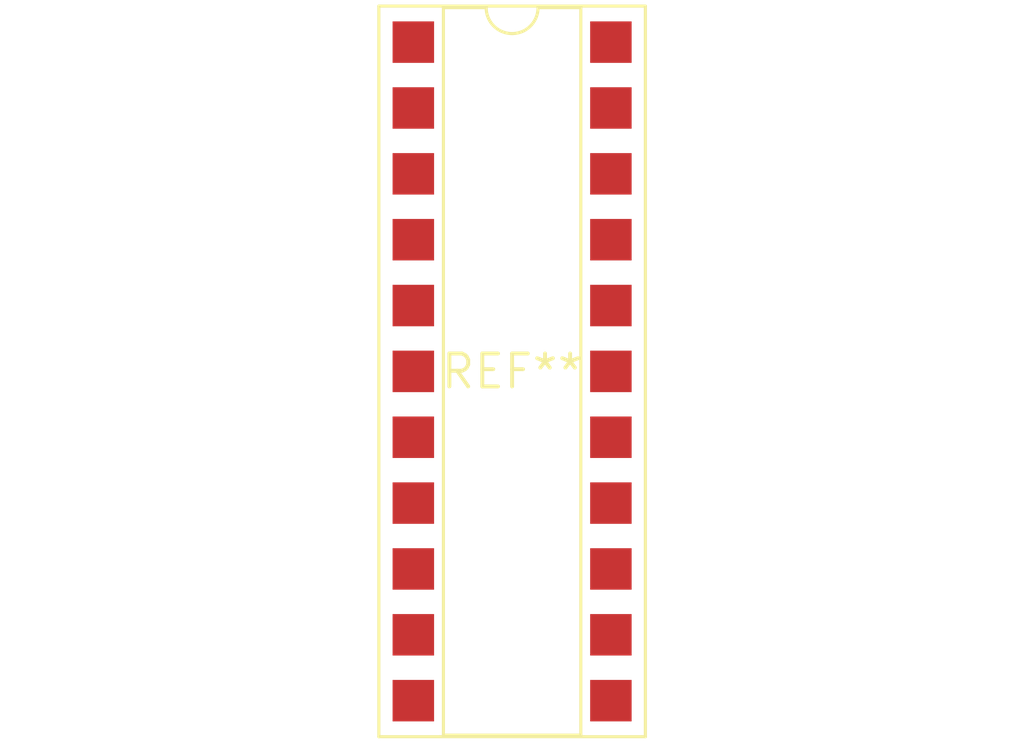
<source format=kicad_pcb>
(kicad_pcb (version 20240108) (generator pcbnew)
  (layers (0 "F.Cu" signal) (31 "B.Cu" signal) (34 "B.Paste" user) (35 "F.Paste" user) (36 "B.SilkS" user "B.Silkscreen") (37 "F.SilkS" user "F.Silkscreen") (38 "B.Mask" user) (39 "F.Mask" user) (44 "Edge.Cuts" user))
  (net 0 "")
  (footprint "DIP-22_W7.62mm_SMDSocket_SmallPads" (layer "F.Cu") (at 0 0)
    (property "Reference" "REF**")
    (property "Value" "DIP-22_W7.62mm_SMDSocket_SmallPads")
    (fp_line (start -5.14 -14.09) (end -5.14 14.09) (layer "F.SilkS") (stroke (width 0.12)))
    (fp_line (start -5.14 14.09) (end 5.14 14.09) (layer "F.SilkS") (stroke (width 0.12)))
    (fp_line (start -2.65 -14.03) (end -2.65 14.03) (layer "F.SilkS") (stroke (width 0.12)))
    (fp_line (start -2.65 14.03) (end 2.65 14.03) (layer "F.SilkS") (stroke (width 0.12)))
    (fp_line (start -1 -14.03) (end -2.65 -14.03) (layer "F.SilkS") (stroke (width 0.12)))
    (fp_line (start 2.65 -14.03) (end 1 -14.03) (layer "F.SilkS") (stroke (width 0.12)))
    (fp_line (start 2.65 14.03) (end 2.65 -14.03) (layer "F.SilkS") (stroke (width 0.12)))
    (fp_line (start 5.14 -14.09) (end -5.14 -14.09) (layer "F.SilkS") (stroke (width 0.12)))
    (fp_line (start 5.14 14.09) (end 5.14 -14.09) (layer "F.SilkS") (stroke (width 0.12)))
    (fp_arc (start 1 -14.03) (mid 0 -13.03) (end -1 -14.03) (layer "F.SilkS") (stroke (width 0.12)))
    (pad "1" smd rect (at -3.81 -12.7) (size 1.6 1.6) (layers "F.Cu" "F.Paste" "F.Mask"))
    (pad "2" smd rect (at -3.81 -10.16) (size 1.6 1.6) (layers "F.Cu" "F.Paste" "F.Mask"))
    (pad "3" smd rect (at -3.81 -7.62) (size 1.6 1.6) (layers "F.Cu" "F.Paste" "F.Mask"))
    (pad "4" smd rect (at -3.81 -5.08) (size 1.6 1.6) (layers "F.Cu" "F.Paste" "F.Mask"))
    (pad "5" smd rect (at -3.81 -2.54) (size 1.6 1.6) (layers "F.Cu" "F.Paste" "F.Mask"))
    (pad "6" smd rect (at -3.81 0) (size 1.6 1.6) (layers "F.Cu" "F.Paste" "F.Mask"))
    (pad "7" smd rect (at -3.81 2.54) (size 1.6 1.6) (layers "F.Cu" "F.Paste" "F.Mask"))
    (pad "8" smd rect (at -3.81 5.08) (size 1.6 1.6) (layers "F.Cu" "F.Paste" "F.Mask"))
    (pad "9" smd rect (at -3.81 7.62) (size 1.6 1.6) (layers "F.Cu" "F.Paste" "F.Mask"))
    (pad "10" smd rect (at -3.81 10.16) (size 1.6 1.6) (layers "F.Cu" "F.Paste" "F.Mask"))
    (pad "11" smd rect (at -3.81 12.7) (size 1.6 1.6) (layers "F.Cu" "F.Paste" "F.Mask"))
    (pad "12" smd rect (at 3.81 12.7) (size 1.6 1.6) (layers "F.Cu" "F.Paste" "F.Mask"))
    (pad "13" smd rect (at 3.81 10.16) (size 1.6 1.6) (layers "F.Cu" "F.Paste" "F.Mask"))
    (pad "14" smd rect (at 3.81 7.62) (size 1.6 1.6) (layers "F.Cu" "F.Paste" "F.Mask"))
    (pad "15" smd rect (at 3.81 5.08) (size 1.6 1.6) (layers "F.Cu" "F.Paste" "F.Mask"))
    (pad "16" smd rect (at 3.81 2.54) (size 1.6 1.6) (layers "F.Cu" "F.Paste" "F.Mask"))
    (pad "17" smd rect (at 3.81 0) (size 1.6 1.6) (layers "F.Cu" "F.Paste" "F.Mask"))
    (pad "18" smd rect (at 3.81 -2.54) (size 1.6 1.6) (layers "F.Cu" "F.Paste" "F.Mask"))
    (pad "19" smd rect (at 3.81 -5.08) (size 1.6 1.6) (layers "F.Cu" "F.Paste" "F.Mask"))
    (pad "20" smd rect (at 3.81 -7.62) (size 1.6 1.6) (layers "F.Cu" "F.Paste" "F.Mask"))
    (pad "21" smd rect (at 3.81 -10.16) (size 1.6 1.6) (layers "F.Cu" "F.Paste" "F.Mask"))
    (pad "22" smd rect (at 3.81 -12.7) (size 1.6 1.6) (layers "F.Cu" "F.Paste" "F.Mask"))
  )
)
</source>
